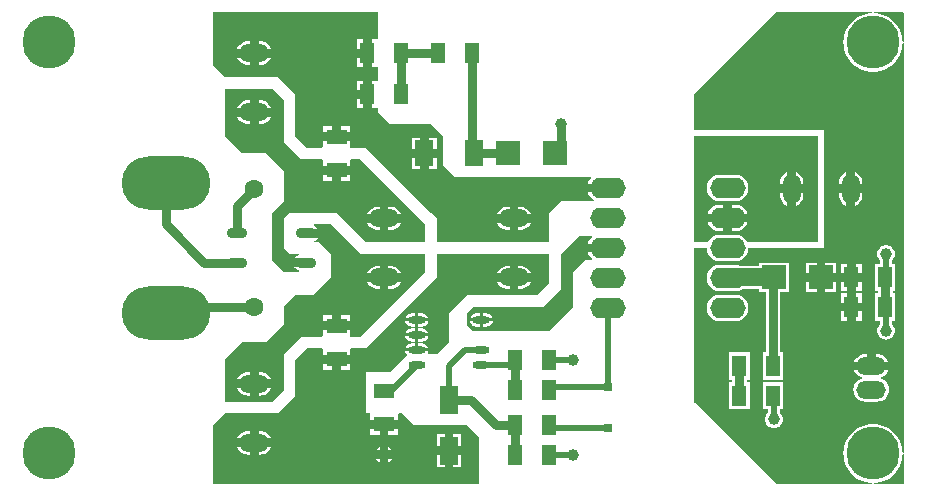
<source format=gtl>
G04 Layer_Physical_Order=1*
G04 Layer_Color=255*
%FSLAX25Y25*%
%MOIN*%
G70*
G01*
G75*
%ADD10R,0.07874X0.07874*%
%ADD11R,0.04921X0.07087*%
%ADD12O,0.05709X0.02362*%
%ADD13O,0.06890X0.03347*%
%ADD14R,0.02756X0.03150*%
%ADD15R,0.06299X0.09252*%
%ADD16R,0.07087X0.04921*%
%ADD17R,0.06378X0.08583*%
%ADD18C,0.01969*%
%ADD19C,0.02953*%
%ADD20C,0.05906*%
%ADD21C,0.06299*%
%ADD22O,0.11811X0.06890*%
%ADD23O,0.09843X0.05906*%
%ADD24C,0.17716*%
%ADD25O,0.05906X0.09843*%
%ADD26O,0.09843X0.05906*%
%ADD27O,0.29528X0.17716*%
%ADD28C,0.03937*%
G36*
X120079Y69800D02*
X119882Y69488D01*
X119685Y69488D01*
X117913D01*
Y64961D01*
Y60433D01*
X119685D01*
X119882Y60433D01*
X120079Y60121D01*
Y56021D01*
X119882Y55709D01*
X119685Y55709D01*
X117913D01*
Y51181D01*
Y46654D01*
X119685D01*
X119882Y46654D01*
X120079Y46341D01*
Y45276D01*
X124016Y41339D01*
X137795Y41339D01*
X141732Y37402D01*
Y27559D01*
X145669Y23622D01*
X190890D01*
X191035Y23228D01*
X190933Y23142D01*
X190480Y22611D01*
X190116Y22017D01*
X189892Y21476D01*
X196535D01*
Y18524D01*
X189892D01*
X190116Y17983D01*
X190480Y17389D01*
X190933Y16858D01*
X191463Y16406D01*
X191894Y16142D01*
X191783Y15748D01*
X181102D01*
X177165Y11811D01*
X177165Y1969D01*
X139764Y1969D01*
Y9843D01*
X137795Y11811D01*
X116142Y33465D01*
X111139D01*
X110827Y33661D01*
X110827Y33858D01*
Y35630D01*
X101772D01*
Y33858D01*
X101460Y33465D01*
X96457D01*
X92520Y37402D01*
Y51181D01*
X86614Y57087D01*
X68898D01*
X64961Y61024D01*
X64961Y78740D01*
X120079D01*
Y69800D01*
D02*
G37*
G36*
X284764Y78347D02*
X283936Y78300D01*
X282846Y78115D01*
X281784Y77809D01*
X280762Y77386D01*
X279795Y76851D01*
X278893Y76211D01*
X278069Y75475D01*
X277332Y74650D01*
X276692Y73749D01*
X276158Y72781D01*
X275734Y71760D01*
X275429Y70698D01*
X275243Y69608D01*
X275181Y68504D01*
X275243Y67400D01*
X275429Y66310D01*
X275734Y65248D01*
X276158Y64227D01*
X276692Y63259D01*
X277332Y62358D01*
X278069Y61533D01*
X278893Y60797D01*
X279795Y60157D01*
X280762Y59622D01*
X281784Y59199D01*
X282846Y58893D01*
X283936Y58708D01*
X285039Y58646D01*
X286143Y58708D01*
X287233Y58893D01*
X288295Y59199D01*
X289317Y59622D01*
X290284Y60157D01*
X291186Y60797D01*
X292010Y61533D01*
X292747Y62358D01*
X293386Y63259D01*
X293921Y64227D01*
X294344Y65248D01*
X294650Y66310D01*
X294835Y67400D01*
X294882Y68228D01*
X295276Y68217D01*
Y-68218D01*
X294882Y-68229D01*
X294835Y-67400D01*
X294650Y-66310D01*
X294344Y-65248D01*
X293921Y-64227D01*
X293386Y-63259D01*
X292747Y-62357D01*
X292010Y-61533D01*
X291186Y-60797D01*
X290284Y-60157D01*
X289317Y-59622D01*
X288295Y-59199D01*
X287233Y-58893D01*
X286143Y-58708D01*
X285039Y-58646D01*
X283936Y-58708D01*
X282846Y-58893D01*
X281783Y-59199D01*
X280762Y-59622D01*
X279795Y-60157D01*
X278893Y-60797D01*
X278069Y-61533D01*
X277332Y-62357D01*
X276692Y-63259D01*
X276157Y-64227D01*
X275734Y-65248D01*
X275429Y-66310D01*
X275243Y-67400D01*
X275181Y-68504D01*
X275243Y-69608D01*
X275429Y-70697D01*
X275734Y-71760D01*
X276157Y-72781D01*
X276692Y-73749D01*
X277332Y-74650D01*
X278069Y-75475D01*
X278893Y-76211D01*
X279795Y-76851D01*
X280762Y-77386D01*
X281783Y-77809D01*
X282846Y-78115D01*
X283936Y-78300D01*
X284764Y-78347D01*
X284753Y-78740D01*
X252953Y-78740D01*
X225442Y-51229D01*
X225451Y-51181D01*
X225422Y-51037D01*
X225413Y-50943D01*
X225432Y0D01*
X229632D01*
X229687Y-695D01*
X229849Y-1373D01*
X230116Y-2017D01*
X230481Y-2611D01*
X230933Y-3142D01*
X231463Y-3594D01*
X232058Y-3959D01*
X232702Y-4225D01*
X233380Y-4388D01*
X234075Y-4443D01*
X238996D01*
X239691Y-4388D01*
X240369Y-4225D01*
X241013Y-3959D01*
X241607Y-3594D01*
X242138Y-3142D01*
X242590Y-2611D01*
X242955Y-2017D01*
X243221Y-1373D01*
X243384Y-695D01*
X243439Y0D01*
X268701D01*
Y39370D01*
X225725D01*
X225447Y39649D01*
X225451Y51181D01*
X225442Y51229D01*
X252953Y78740D01*
X284753Y78740D01*
X284764Y78347D01*
D02*
G37*
G36*
X191404Y3543D02*
X190933Y3142D01*
X190480Y2611D01*
X190116Y2017D01*
X189892Y1476D01*
X196535D01*
Y-1476D01*
X189892D01*
X190116Y-2017D01*
X190480Y-2611D01*
X190933Y-3142D01*
X191404Y-3543D01*
X191341Y-3937D01*
X188976D01*
X185039Y-7874D01*
Y-19685D01*
X177165Y-27559D01*
X151575D01*
X149606Y-25591D01*
Y-21654D01*
X151575Y-19685D01*
X175197Y-19685D01*
X181102Y-13780D01*
X181102Y-1969D01*
X187008Y3937D01*
X191341Y3937D01*
X191404Y3543D01*
D02*
G37*
G36*
X177165Y-2247D02*
Y-11811D01*
X173228Y-15748D01*
X149606Y-15748D01*
X143701Y-21654D01*
X143701Y-31496D01*
X139764Y-35433D01*
X136707D01*
X136704Y-35427D01*
X136557Y-35039D01*
X136755Y-34561D01*
X136765Y-34488D01*
X129180D01*
X129190Y-34561D01*
X129408Y-35088D01*
X129755Y-35540D01*
X129759Y-35596D01*
X124016Y-41339D01*
X116142D01*
Y-55118D01*
X117208Y-55118D01*
X117520Y-55315D01*
X117520Y-55512D01*
Y-57284D01*
X126575D01*
Y-55512D01*
X126887Y-55118D01*
X127953Y-55118D01*
X131890Y-59055D01*
X149606Y-59055D01*
X153543Y-62992D01*
X153543Y-78462D01*
X153265Y-78740D01*
X64961Y-78740D01*
Y-59055D01*
X68898Y-55118D01*
X86614D01*
X92520Y-49213D01*
Y-37402D01*
X96457Y-33465D01*
X101460D01*
X101772Y-33661D01*
X101772Y-33858D01*
Y-35630D01*
X110827D01*
Y-33858D01*
X111139Y-33465D01*
X116142D01*
X129921Y-19685D01*
X137795Y-11811D01*
X139764Y-9842D01*
X139764Y-1969D01*
X176887Y-1969D01*
X177165Y-2247D01*
D02*
G37*
G36*
X88583Y49213D02*
Y35433D01*
X94488Y29528D01*
X100394Y29528D01*
X101460D01*
X101772Y29331D01*
X101772Y29134D01*
Y27362D01*
X110827D01*
Y29134D01*
X111139Y29528D01*
X114173D01*
X127953Y15748D01*
X135827Y7874D01*
Y2247D01*
X135548Y1969D01*
X116142Y1969D01*
X106299Y11811D01*
X90551Y11811D01*
X88583Y9843D01*
X88583Y0D01*
X90551Y-1969D01*
X93613D01*
X93671Y-2362D01*
X93368Y-2454D01*
X92906Y-2701D01*
X92501Y-3033D01*
X92169Y-3438D01*
X92166Y-3445D01*
X96161D01*
Y-6398D01*
X92166D01*
X92169Y-6405D01*
X92501Y-6809D01*
X92906Y-7142D01*
X93368Y-7388D01*
X93671Y-7480D01*
X93613Y-7874D01*
X88583D01*
X84646Y-3937D01*
Y11811D01*
X88583Y15748D01*
X88583Y25591D01*
X82677Y31496D01*
X74803Y31496D01*
X68898Y37402D01*
Y53150D01*
X84646D01*
X88583Y49213D01*
D02*
G37*
G36*
X266732Y4921D02*
X266732Y1969D01*
X242975D01*
X242955Y2017D01*
X242590Y2611D01*
X242138Y3142D01*
X241607Y3594D01*
X241013Y3959D01*
X240369Y4225D01*
X239691Y4388D01*
X238996Y4443D01*
X234075D01*
X233380Y4388D01*
X232702Y4225D01*
X232058Y3959D01*
X231463Y3594D01*
X230933Y3142D01*
X230481Y2611D01*
X230116Y2017D01*
X230096Y1969D01*
X225711D01*
X225433Y2247D01*
X225446Y37402D01*
X266732D01*
X266732Y4921D01*
D02*
G37*
G36*
X295276Y-68790D02*
Y-78740D01*
X285325D01*
X285314Y-78347D01*
X286143Y-78300D01*
X287233Y-78115D01*
X288295Y-77809D01*
X289317Y-77386D01*
X290284Y-76851D01*
X291186Y-76211D01*
X292010Y-75475D01*
X292747Y-74650D01*
X293386Y-73749D01*
X293921Y-72781D01*
X294344Y-71760D01*
X294650Y-70697D01*
X294835Y-69608D01*
X294882Y-68779D01*
X295276Y-68790D01*
D02*
G37*
G36*
Y78462D02*
Y68791D01*
X294882Y68780D01*
X294835Y69608D01*
X294650Y70698D01*
X294344Y71760D01*
X293921Y72781D01*
X293386Y73749D01*
X292747Y74650D01*
X292010Y75475D01*
X291186Y76211D01*
X290284Y76851D01*
X289317Y77386D01*
X288295Y77809D01*
X287233Y78115D01*
X286143Y78300D01*
X285315Y78347D01*
X285326Y78740D01*
X294997D01*
X295276Y78462D01*
D02*
G37*
G36*
X108268Y3937D02*
X114173Y-1969D01*
X135827D01*
Y-7874D01*
X114173Y-29528D01*
X111139Y-29528D01*
X110827Y-29331D01*
X110827Y-29134D01*
Y-27362D01*
X101772D01*
Y-29134D01*
X101460Y-29528D01*
X100394D01*
X94488Y-29528D01*
X88583Y-35433D01*
X88583Y-47244D01*
X84646Y-51181D01*
X68898D01*
X68898Y-37402D01*
X74803Y-31496D01*
X82677Y-31496D01*
X88583Y-25591D01*
X88583Y-19685D01*
X92520Y-15748D01*
X98425Y-15748D01*
X104331Y-9843D01*
Y-7874D01*
Y-1969D01*
X100394Y1969D01*
X98710D01*
X98652Y2362D01*
X98955Y2454D01*
X99417Y2701D01*
X99821Y3033D01*
X100153Y3438D01*
X100157Y3445D01*
X96161D01*
Y6398D01*
X100157D01*
X100153Y6405D01*
X99821Y6809D01*
X99417Y7142D01*
X98955Y7388D01*
X98652Y7480D01*
X98710Y7874D01*
X104331D01*
X108268Y3937D01*
D02*
G37*
%LPC*%
G36*
X153937Y-24488D02*
X150637D01*
X150646Y-24561D01*
X150865Y-25088D01*
X151212Y-25540D01*
X151664Y-25888D01*
X152191Y-26106D01*
X152756Y-26180D01*
X153937D01*
Y-24488D01*
D02*
G37*
G36*
X136765D02*
X133465D01*
Y-26180D01*
X134646D01*
X135211Y-26106D01*
X135738Y-25888D01*
X136190Y-25540D01*
X136537Y-25088D01*
X136755Y-24561D01*
X136765Y-24488D01*
D02*
G37*
G36*
X238996Y-15557D02*
X234075D01*
X233380Y-15612D01*
X232702Y-15775D01*
X232058Y-16041D01*
X231463Y-16406D01*
X230933Y-16858D01*
X230481Y-17389D01*
X230116Y-17983D01*
X229849Y-18627D01*
X229687Y-19305D01*
X229632Y-20000D01*
X229687Y-20695D01*
X229849Y-21373D01*
X230116Y-22017D01*
X230481Y-22611D01*
X230933Y-23142D01*
X231463Y-23594D01*
X232058Y-23959D01*
X232702Y-24225D01*
X233380Y-24388D01*
X234075Y-24443D01*
X238996D01*
X239691Y-24388D01*
X240369Y-24225D01*
X241013Y-23959D01*
X241607Y-23594D01*
X242138Y-23142D01*
X242590Y-22611D01*
X242955Y-22017D01*
X243221Y-21373D01*
X243384Y-20695D01*
X243439Y-20000D01*
X243384Y-19305D01*
X243221Y-18627D01*
X242955Y-17983D01*
X242590Y-17389D01*
X242138Y-16858D01*
X241607Y-16406D01*
X241013Y-16041D01*
X240369Y-15775D01*
X239691Y-15612D01*
X238996Y-15557D01*
D02*
G37*
G36*
X158222Y-24488D02*
X154921D01*
Y-26180D01*
X156102D01*
X156668Y-26106D01*
X157194Y-25888D01*
X157647Y-25540D01*
X157994Y-25088D01*
X158212Y-24561D01*
X158222Y-24488D01*
D02*
G37*
G36*
X132480D02*
X129180D01*
X129190Y-24561D01*
X129408Y-25088D01*
X129755Y-25540D01*
X130207Y-25888D01*
X130734Y-26106D01*
X131299Y-26180D01*
X132480D01*
Y-24488D01*
D02*
G37*
G36*
X136765Y-29488D02*
X133465D01*
Y-31180D01*
X134646D01*
X135211Y-31106D01*
X135738Y-30887D01*
X136190Y-30540D01*
X136537Y-30088D01*
X136755Y-29561D01*
X136765Y-29488D01*
D02*
G37*
G36*
X281299Y-15157D02*
X274410D01*
Y-18209D01*
X281299D01*
Y-15157D01*
D02*
G37*
G36*
X289370Y998D02*
X288791Y941D01*
X288235Y773D01*
X287722Y499D01*
X287272Y129D01*
X286903Y-320D01*
X286629Y-833D01*
X286460Y-1390D01*
X286403Y-1969D01*
X286460Y-2547D01*
X286629Y-3104D01*
X286903Y-3617D01*
X287272Y-4067D01*
X287385Y-4159D01*
Y-5315D01*
X285630D01*
Y-14370D01*
X286602D01*
Y-15157D01*
X285630D01*
Y-24213D01*
X287385D01*
Y-25369D01*
X287272Y-25461D01*
X286903Y-25911D01*
X286629Y-26424D01*
X286460Y-26980D01*
X286403Y-27559D01*
X286460Y-28138D01*
X286629Y-28694D01*
X286903Y-29208D01*
X287272Y-29657D01*
X287722Y-30026D01*
X288235Y-30300D01*
X288791Y-30469D01*
X289370Y-30526D01*
X289949Y-30469D01*
X290506Y-30300D01*
X291019Y-30026D01*
X291468Y-29657D01*
X291837Y-29208D01*
X292111Y-28694D01*
X292280Y-28138D01*
X292337Y-27559D01*
X292280Y-26980D01*
X292111Y-26424D01*
X291837Y-25911D01*
X291468Y-25461D01*
X291356Y-25369D01*
Y-24213D01*
X292520D01*
Y-15157D01*
X291547D01*
Y-14370D01*
X292520D01*
Y-5315D01*
X291356D01*
Y-4159D01*
X291468Y-4067D01*
X291837Y-3617D01*
X292111Y-3104D01*
X292280Y-2547D01*
X292337Y-1969D01*
X292280Y-1390D01*
X292111Y-833D01*
X291837Y-320D01*
X291468Y129D01*
X291019Y499D01*
X290506Y773D01*
X289949Y941D01*
X289370Y998D01*
D02*
G37*
G36*
X134646Y-26812D02*
X133465D01*
Y-28504D01*
X136765D01*
X136755Y-28431D01*
X136537Y-27904D01*
X136190Y-27452D01*
X135738Y-27105D01*
X135211Y-26886D01*
X134646Y-26812D01*
D02*
G37*
G36*
X132480D02*
X131299D01*
X130734Y-26886D01*
X130207Y-27105D01*
X129755Y-27452D01*
X129408Y-27904D01*
X129190Y-28431D01*
X129180Y-28504D01*
X132480D01*
Y-26812D01*
D02*
G37*
G36*
X104823Y-22441D02*
X101772D01*
Y-24409D01*
X104823D01*
Y-22441D01*
D02*
G37*
G36*
X132480Y-21812D02*
X131299D01*
X130734Y-21887D01*
X130207Y-22105D01*
X129755Y-22452D01*
X129408Y-22904D01*
X129190Y-23431D01*
X129180Y-23504D01*
X132480D01*
Y-21812D01*
D02*
G37*
G36*
X281299Y-21161D02*
X279331D01*
Y-24213D01*
X281299D01*
Y-21161D01*
D02*
G37*
G36*
X134646Y-21812D02*
X133465D01*
Y-23504D01*
X136765D01*
X136755Y-23431D01*
X136537Y-22904D01*
X136190Y-22452D01*
X135738Y-22105D01*
X135211Y-21887D01*
X134646Y-21812D01*
D02*
G37*
G36*
X156102D02*
X154921D01*
Y-23504D01*
X158222D01*
X158212Y-23431D01*
X157994Y-22904D01*
X157647Y-22452D01*
X157194Y-22105D01*
X156668Y-21887D01*
X156102Y-21812D01*
D02*
G37*
G36*
X153937D02*
X152756D01*
X152191Y-21887D01*
X151664Y-22105D01*
X151212Y-22452D01*
X150865Y-22904D01*
X150646Y-23431D01*
X150637Y-23504D01*
X153937D01*
Y-21812D01*
D02*
G37*
G36*
X281299Y-11319D02*
X274410D01*
Y-14370D01*
X281299D01*
Y-11319D01*
D02*
G37*
G36*
X110827Y-22441D02*
X107776D01*
Y-24409D01*
X110827D01*
Y-22441D01*
D02*
G37*
G36*
X272638Y-11319D02*
X269193D01*
Y-14764D01*
X272638D01*
Y-11319D01*
D02*
G37*
G36*
X276378Y-21161D02*
X274410D01*
Y-24213D01*
X276378D01*
Y-21161D01*
D02*
G37*
G36*
X266240Y-11319D02*
X262795D01*
Y-14764D01*
X266240D01*
Y-11319D01*
D02*
G37*
G36*
X132480Y-29488D02*
X129180D01*
X129190Y-29561D01*
X129408Y-30088D01*
X129755Y-30540D01*
X130207Y-30887D01*
X130734Y-31106D01*
X131299Y-31180D01*
X132480D01*
Y-29488D01*
D02*
G37*
G36*
X147835Y-61910D02*
X145177D01*
Y-66043D01*
X147835D01*
Y-61910D01*
D02*
G37*
G36*
X142224D02*
X139567D01*
Y-66043D01*
X142224D01*
Y-61910D01*
D02*
G37*
G36*
X123524Y-66339D02*
Y-67421D01*
X124606D01*
X124514Y-67249D01*
X124145Y-66800D01*
X123696Y-66431D01*
X123524Y-66339D01*
D02*
G37*
G36*
X120571Y-60236D02*
X117520D01*
Y-62205D01*
X120571D01*
Y-60236D01*
D02*
G37*
G36*
X80709Y-61005D02*
X80216D01*
Y-63484D01*
X84375D01*
X84364Y-63447D01*
X83998Y-62763D01*
X83506Y-62163D01*
X82907Y-61671D01*
X82223Y-61306D01*
X81480Y-61081D01*
X80709Y-61005D01*
D02*
G37*
G36*
X77264D02*
X76772D01*
X76000Y-61081D01*
X75258Y-61306D01*
X74574Y-61671D01*
X73974Y-62163D01*
X73482Y-62763D01*
X73117Y-63447D01*
X73105Y-63484D01*
X77264D01*
Y-61005D01*
D02*
G37*
G36*
X120571Y-66339D02*
X120399Y-66431D01*
X119949Y-66800D01*
X119580Y-67249D01*
X119488Y-67421D01*
X120571D01*
Y-66339D01*
D02*
G37*
G36*
Y-70374D02*
X119488D01*
X119580Y-70546D01*
X119949Y-70996D01*
X120399Y-71365D01*
X120571Y-71457D01*
Y-70374D01*
D02*
G37*
G36*
X147835Y-68996D02*
X145177D01*
Y-73130D01*
X147835D01*
Y-68996D01*
D02*
G37*
G36*
X142224D02*
X139567D01*
Y-73130D01*
X142224D01*
Y-68996D01*
D02*
G37*
G36*
X84375Y-66437D02*
X80216D01*
Y-68917D01*
X80709D01*
X81480Y-68841D01*
X82223Y-68616D01*
X82907Y-68250D01*
X83506Y-67758D01*
X83998Y-67159D01*
X84364Y-66474D01*
X84375Y-66437D01*
D02*
G37*
G36*
X77264D02*
X73105D01*
X73117Y-66474D01*
X73482Y-67159D01*
X73974Y-67758D01*
X74574Y-68250D01*
X75258Y-68616D01*
X76000Y-68841D01*
X76772Y-68917D01*
X77264D01*
Y-66437D01*
D02*
G37*
G36*
X124606Y-70374D02*
X123524D01*
Y-71457D01*
X123696Y-71365D01*
X124145Y-70996D01*
X124514Y-70546D01*
X124606Y-70374D01*
D02*
G37*
G36*
X126575Y-60236D02*
X123524D01*
Y-62205D01*
X126575D01*
Y-60236D01*
D02*
G37*
G36*
X282972Y-35414D02*
X282480D01*
X281709Y-35490D01*
X280966Y-35715D01*
X280282Y-36081D01*
X279683Y-36573D01*
X279191Y-37172D01*
X278825Y-37856D01*
X278814Y-37894D01*
X282972D01*
Y-35414D01*
D02*
G37*
G36*
X110827Y-38583D02*
X107776D01*
Y-40551D01*
X110827D01*
Y-38583D01*
D02*
G37*
G36*
X104823D02*
X101772D01*
Y-40551D01*
X104823D01*
Y-38583D01*
D02*
G37*
G36*
X134646Y-31812D02*
X133465D01*
Y-33504D01*
X136765D01*
X136755Y-33431D01*
X136537Y-32904D01*
X136190Y-32452D01*
X135738Y-32105D01*
X135211Y-31887D01*
X134646Y-31812D01*
D02*
G37*
G36*
X132480D02*
X131299D01*
X130734Y-31887D01*
X130207Y-32105D01*
X129755Y-32452D01*
X129408Y-32904D01*
X129190Y-33431D01*
X129180Y-33504D01*
X132480D01*
Y-31812D01*
D02*
G37*
G36*
X286417Y-35414D02*
X285925D01*
Y-37894D01*
X290084D01*
X290072Y-37856D01*
X289707Y-37172D01*
X289215Y-36573D01*
X288615Y-36081D01*
X287931Y-35715D01*
X287189Y-35490D01*
X286417Y-35414D01*
D02*
G37*
G36*
X80709Y-41320D02*
X80216D01*
Y-43799D01*
X84375D01*
X84364Y-43762D01*
X83998Y-43078D01*
X83506Y-42478D01*
X82907Y-41986D01*
X82223Y-41621D01*
X81480Y-41396D01*
X80709Y-41320D01*
D02*
G37*
G36*
X290084Y-40846D02*
X278814D01*
X278825Y-40884D01*
X279191Y-41568D01*
X279683Y-42167D01*
X280282Y-42659D01*
X280966Y-43025D01*
X281218Y-43101D01*
Y-43513D01*
X280966Y-43589D01*
X280282Y-43955D01*
X279683Y-44447D01*
X279191Y-45046D01*
X278825Y-45730D01*
X278600Y-46472D01*
X278524Y-47244D01*
X278600Y-48016D01*
X278825Y-48758D01*
X279191Y-49442D01*
X279683Y-50041D01*
X280282Y-50533D01*
X280966Y-50899D01*
X281709Y-51124D01*
X282480Y-51200D01*
X286417D01*
X287189Y-51124D01*
X287931Y-50899D01*
X288615Y-50533D01*
X289215Y-50041D01*
X289707Y-49442D01*
X290072Y-48758D01*
X290297Y-48016D01*
X290373Y-47244D01*
X290297Y-46472D01*
X290072Y-45730D01*
X289707Y-45046D01*
X289215Y-44447D01*
X288615Y-43955D01*
X287931Y-43589D01*
X287679Y-43513D01*
Y-43101D01*
X287931Y-43025D01*
X288615Y-42659D01*
X289215Y-42167D01*
X289707Y-41568D01*
X290072Y-40884D01*
X290084Y-40846D01*
D02*
G37*
G36*
X243898Y-34843D02*
X237008D01*
Y-43898D01*
X237980D01*
Y-44685D01*
X237008D01*
Y-53740D01*
X243898D01*
Y-44685D01*
X242925D01*
Y-43898D01*
X243898D01*
Y-34843D01*
D02*
G37*
G36*
X255118Y-44685D02*
X248228D01*
Y-53740D01*
X249983D01*
Y-54896D01*
X249870Y-54989D01*
X249501Y-55438D01*
X249227Y-55951D01*
X249059Y-56508D01*
X249002Y-57087D01*
X249059Y-57665D01*
X249227Y-58222D01*
X249501Y-58735D01*
X249870Y-59185D01*
X250320Y-59554D01*
X250833Y-59828D01*
X251390Y-59997D01*
X251969Y-60054D01*
X252547Y-59997D01*
X253104Y-59828D01*
X253617Y-59554D01*
X254066Y-59185D01*
X254435Y-58735D01*
X254710Y-58222D01*
X254878Y-57665D01*
X254936Y-57087D01*
X254878Y-56508D01*
X254710Y-55951D01*
X254435Y-55438D01*
X254066Y-54989D01*
X253954Y-54896D01*
Y-53740D01*
X255118D01*
Y-44685D01*
D02*
G37*
G36*
X77264Y-41320D02*
X76772D01*
X76000Y-41396D01*
X75258Y-41621D01*
X74574Y-41986D01*
X73974Y-42478D01*
X73482Y-43078D01*
X73117Y-43762D01*
X73105Y-43799D01*
X77264D01*
Y-41320D01*
D02*
G37*
G36*
X84375Y-46752D02*
X80216D01*
Y-49232D01*
X80709D01*
X81480Y-49156D01*
X82223Y-48930D01*
X82907Y-48565D01*
X83506Y-48073D01*
X83998Y-47473D01*
X84364Y-46790D01*
X84375Y-46752D01*
D02*
G37*
G36*
X77264D02*
X73105D01*
X73117Y-46790D01*
X73482Y-47473D01*
X73974Y-48073D01*
X74574Y-48565D01*
X75258Y-48930D01*
X76000Y-49156D01*
X76772Y-49232D01*
X77264D01*
Y-46752D01*
D02*
G37*
G36*
X120571Y-11319D02*
X116412D01*
X116424Y-11356D01*
X116789Y-12040D01*
X117281Y-12640D01*
X117881Y-13132D01*
X118565Y-13497D01*
X119307Y-13723D01*
X120079Y-13799D01*
X120571D01*
Y-11319D01*
D02*
G37*
G36*
X139567Y30020D02*
X136870D01*
Y26221D01*
X139567D01*
Y30020D01*
D02*
G37*
G36*
X133917D02*
X131220D01*
Y26221D01*
X133917D01*
Y30020D01*
D02*
G37*
G36*
X110827Y24409D02*
X107776D01*
Y22441D01*
X110827D01*
Y24409D01*
D02*
G37*
G36*
X104823Y40551D02*
X101772D01*
Y38583D01*
X104823D01*
Y40551D01*
D02*
G37*
G36*
X139567Y36772D02*
X136870D01*
Y32972D01*
X139567D01*
Y36772D01*
D02*
G37*
G36*
X133917D02*
X131220D01*
Y32972D01*
X133917D01*
Y36772D01*
D02*
G37*
G36*
X104823Y24409D02*
X101772D01*
Y22441D01*
X104823D01*
Y24409D01*
D02*
G37*
G36*
X256398Y25320D02*
X256360Y25308D01*
X255676Y24943D01*
X255077Y24451D01*
X254585Y23851D01*
X254219Y23167D01*
X253994Y22425D01*
X253918Y21654D01*
Y21161D01*
X256398D01*
Y25320D01*
D02*
G37*
G36*
X238996Y24443D02*
X234075D01*
X233380Y24388D01*
X232702Y24225D01*
X232058Y23959D01*
X231463Y23594D01*
X230933Y23142D01*
X230481Y22611D01*
X230116Y22017D01*
X229849Y21373D01*
X229687Y20695D01*
X229632Y20000D01*
X229687Y19305D01*
X229849Y18627D01*
X230116Y17983D01*
X230481Y17389D01*
X230933Y16858D01*
X231463Y16406D01*
X232058Y16041D01*
X232702Y15775D01*
X233380Y15612D01*
X234075Y15557D01*
X238996D01*
X239691Y15612D01*
X240369Y15775D01*
X241013Y16041D01*
X241607Y16406D01*
X242138Y16858D01*
X242590Y17389D01*
X242955Y17983D01*
X243221Y18627D01*
X243384Y19305D01*
X243439Y20000D01*
X243384Y20695D01*
X243221Y21373D01*
X242955Y22017D01*
X242590Y22611D01*
X242138Y23142D01*
X241607Y23594D01*
X241013Y23959D01*
X240369Y24225D01*
X239691Y24388D01*
X238996Y24443D01*
D02*
G37*
G36*
X281515Y18209D02*
X279035D01*
Y14050D01*
X279073Y14062D01*
X279757Y14427D01*
X280356Y14919D01*
X280848Y15519D01*
X281214Y16203D01*
X281439Y16945D01*
X281515Y17717D01*
Y18209D01*
D02*
G37*
G36*
X279035Y25320D02*
Y21161D01*
X281515D01*
Y21654D01*
X281439Y22425D01*
X281214Y23167D01*
X280848Y23851D01*
X280356Y24451D01*
X279757Y24943D01*
X279073Y25308D01*
X279035Y25320D01*
D02*
G37*
G36*
X276083D02*
X276045Y25308D01*
X275361Y24943D01*
X274762Y24451D01*
X274270Y23851D01*
X273904Y23167D01*
X273679Y22425D01*
X273603Y21654D01*
Y21161D01*
X276083D01*
Y25320D01*
D02*
G37*
G36*
X259350D02*
Y21161D01*
X261830D01*
Y21654D01*
X261754Y22425D01*
X261529Y23167D01*
X261163Y23851D01*
X260671Y24451D01*
X260072Y24943D01*
X259388Y25308D01*
X259350Y25320D01*
D02*
G37*
G36*
X84375Y63484D02*
X80216D01*
Y61005D01*
X80709D01*
X81480Y61081D01*
X82223Y61306D01*
X82907Y61671D01*
X83506Y62163D01*
X83998Y62763D01*
X84364Y63447D01*
X84375Y63484D01*
D02*
G37*
G36*
X77264D02*
X73105D01*
X73117Y63447D01*
X73482Y62763D01*
X73974Y62163D01*
X74574Y61671D01*
X75258Y61306D01*
X76000Y61081D01*
X76772Y61005D01*
X77264D01*
Y63484D01*
D02*
G37*
G36*
X114961D02*
X112992D01*
Y60433D01*
X114961D01*
Y63484D01*
D02*
G37*
G36*
Y69488D02*
X112992D01*
Y66437D01*
X114961D01*
Y69488D01*
D02*
G37*
G36*
X80709Y68917D02*
X80216D01*
Y66437D01*
X84375D01*
X84364Y66474D01*
X83998Y67159D01*
X83506Y67758D01*
X82907Y68250D01*
X82223Y68616D01*
X81480Y68841D01*
X80709Y68917D01*
D02*
G37*
G36*
X77264D02*
X76772D01*
X76000Y68841D01*
X75258Y68616D01*
X74574Y68250D01*
X73974Y67758D01*
X73482Y67159D01*
X73117Y66474D01*
X73105Y66437D01*
X77264D01*
Y68917D01*
D02*
G37*
G36*
X114961Y55709D02*
X112992D01*
Y52658D01*
X114961D01*
Y55709D01*
D02*
G37*
G36*
X84375Y43799D02*
X80216D01*
Y41320D01*
X80709D01*
X81480Y41396D01*
X82223Y41621D01*
X82907Y41986D01*
X83506Y42478D01*
X83998Y43078D01*
X84364Y43762D01*
X84375Y43799D01*
D02*
G37*
G36*
X77264D02*
X73105D01*
X73117Y43762D01*
X73482Y43078D01*
X73974Y42478D01*
X74574Y41986D01*
X75258Y41621D01*
X76000Y41396D01*
X76772Y41320D01*
X77264D01*
Y43799D01*
D02*
G37*
G36*
X110827Y40551D02*
X107776D01*
Y38583D01*
X110827D01*
Y40551D01*
D02*
G37*
G36*
X80709Y49232D02*
X80216D01*
Y46752D01*
X84375D01*
X84364Y46790D01*
X83998Y47473D01*
X83506Y48073D01*
X82907Y48565D01*
X82223Y48930D01*
X81480Y49156D01*
X80709Y49232D01*
D02*
G37*
G36*
X77264D02*
X76772D01*
X76000Y49156D01*
X75258Y48930D01*
X74574Y48565D01*
X73974Y48073D01*
X73482Y47473D01*
X73117Y46790D01*
X73105Y46752D01*
X77264D01*
Y49232D01*
D02*
G37*
G36*
X114961Y49705D02*
X112992D01*
Y46654D01*
X114961D01*
Y49705D01*
D02*
G37*
G36*
X276083Y18209D02*
X273603D01*
Y17717D01*
X273679Y16945D01*
X273904Y16203D01*
X274270Y15519D01*
X274762Y14919D01*
X275361Y14427D01*
X276045Y14062D01*
X276083Y14050D01*
Y18209D01*
D02*
G37*
G36*
X276378Y-5315D02*
X274410D01*
Y-8366D01*
X276378D01*
Y-5315D01*
D02*
G37*
G36*
X272638Y-4921D02*
X269193D01*
Y-8366D01*
X272638D01*
Y-4921D01*
D02*
G37*
G36*
X266240D02*
X262795D01*
Y-8366D01*
X266240D01*
Y-4921D01*
D02*
G37*
G36*
X235059Y8524D02*
X229892D01*
X230116Y7983D01*
X230481Y7389D01*
X230933Y6858D01*
X231463Y6406D01*
X232058Y6041D01*
X232702Y5775D01*
X233380Y5612D01*
X234075Y5557D01*
X235059D01*
Y8524D01*
D02*
G37*
G36*
X256890Y-4921D02*
X247047D01*
Y-5886D01*
X240639D01*
X240369Y-5775D01*
X239691Y-5612D01*
X238996Y-5557D01*
X234075D01*
X233380Y-5612D01*
X232702Y-5775D01*
X232058Y-6041D01*
X231463Y-6406D01*
X230933Y-6858D01*
X230481Y-7389D01*
X230116Y-7983D01*
X229849Y-8627D01*
X229687Y-9305D01*
X229632Y-10000D01*
X229687Y-10695D01*
X229849Y-11373D01*
X230116Y-12017D01*
X230481Y-12611D01*
X230933Y-13142D01*
X231463Y-13594D01*
X232058Y-13959D01*
X232702Y-14225D01*
X233380Y-14388D01*
X234075Y-14443D01*
X238996D01*
X239691Y-14388D01*
X240369Y-14225D01*
X241013Y-13959D01*
X241274Y-13799D01*
X247047D01*
Y-14764D01*
X249201D01*
Y-34843D01*
X248228D01*
Y-43898D01*
X255118D01*
Y-34843D01*
X254146D01*
Y-14764D01*
X256890D01*
Y-4921D01*
D02*
G37*
G36*
X281299Y-5315D02*
X279331D01*
Y-8366D01*
X281299D01*
Y-5315D01*
D02*
G37*
G36*
X167323Y-5886D02*
X166831D01*
Y-8366D01*
X170989D01*
X170978Y-8329D01*
X170612Y-7645D01*
X170120Y-7045D01*
X169521Y-6553D01*
X168837Y-6188D01*
X168095Y-5962D01*
X167323Y-5886D01*
D02*
G37*
G36*
X170989Y-11319D02*
X166831D01*
Y-13799D01*
X167323D01*
X168095Y-13723D01*
X168837Y-13497D01*
X169521Y-13132D01*
X170120Y-12640D01*
X170612Y-12040D01*
X170978Y-11356D01*
X170989Y-11319D01*
D02*
G37*
G36*
X163878D02*
X159720D01*
X159731Y-11356D01*
X160097Y-12040D01*
X160589Y-12640D01*
X161188Y-13132D01*
X161872Y-13497D01*
X162614Y-13723D01*
X163386Y-13799D01*
X163878D01*
Y-11319D01*
D02*
G37*
G36*
X127682D02*
X123524D01*
Y-13799D01*
X124016D01*
X124787Y-13723D01*
X125530Y-13497D01*
X126214Y-13132D01*
X126813Y-12640D01*
X127305Y-12040D01*
X127671Y-11356D01*
X127682Y-11319D01*
D02*
G37*
G36*
X163878Y-5886D02*
X163386D01*
X162614Y-5962D01*
X161872Y-6188D01*
X161188Y-6553D01*
X160589Y-7045D01*
X160097Y-7645D01*
X159731Y-8329D01*
X159720Y-8366D01*
X163878D01*
Y-5886D01*
D02*
G37*
G36*
X124016D02*
X123524D01*
Y-8366D01*
X127682D01*
X127671Y-8329D01*
X127305Y-7645D01*
X126813Y-7045D01*
X126214Y-6553D01*
X125530Y-6188D01*
X124787Y-5962D01*
X124016Y-5886D01*
D02*
G37*
G36*
X120571D02*
X120079D01*
X119307Y-5962D01*
X118565Y-6188D01*
X117881Y-6553D01*
X117281Y-7045D01*
X116789Y-7645D01*
X116424Y-8329D01*
X116412Y-8366D01*
X120571D01*
Y-5886D01*
D02*
G37*
G36*
X235059Y14443D02*
X234075D01*
X233380Y14388D01*
X232702Y14225D01*
X232058Y13959D01*
X231463Y13594D01*
X230933Y13142D01*
X230481Y12611D01*
X230116Y12017D01*
X229892Y11476D01*
X235059D01*
Y14443D01*
D02*
G37*
G36*
X167323Y13799D02*
X166831D01*
Y11319D01*
X170989D01*
X170978Y11356D01*
X170612Y12040D01*
X170120Y12640D01*
X169521Y13132D01*
X168837Y13497D01*
X168095Y13723D01*
X167323Y13799D01*
D02*
G37*
G36*
X163878D02*
X163386D01*
X162614Y13723D01*
X161872Y13497D01*
X161188Y13132D01*
X160589Y12640D01*
X160097Y12040D01*
X159731Y11356D01*
X159720Y11319D01*
X163878D01*
Y13799D01*
D02*
G37*
G36*
X261830Y18209D02*
X259350D01*
Y14050D01*
X259388Y14062D01*
X260072Y14427D01*
X260671Y14919D01*
X261163Y15519D01*
X261529Y16203D01*
X261754Y16945D01*
X261830Y17717D01*
Y18209D01*
D02*
G37*
G36*
X256398D02*
X253918D01*
Y17717D01*
X253994Y16945D01*
X254219Y16203D01*
X254585Y15519D01*
X255077Y14919D01*
X255676Y14427D01*
X256360Y14062D01*
X256398Y14050D01*
Y18209D01*
D02*
G37*
G36*
X238996Y14443D02*
X238012D01*
Y11476D01*
X243179D01*
X242955Y12017D01*
X242590Y12611D01*
X242138Y13142D01*
X241607Y13594D01*
X241013Y13959D01*
X240369Y14225D01*
X239691Y14388D01*
X238996Y14443D01*
D02*
G37*
G36*
X124016Y13799D02*
X123524D01*
Y11319D01*
X127682D01*
X127671Y11356D01*
X127305Y12040D01*
X126813Y12640D01*
X126214Y13132D01*
X125530Y13497D01*
X124787Y13723D01*
X124016Y13799D01*
D02*
G37*
G36*
X127682Y8366D02*
X123524D01*
Y5886D01*
X124016D01*
X124787Y5962D01*
X125530Y6188D01*
X126214Y6553D01*
X126813Y7045D01*
X127305Y7645D01*
X127671Y8329D01*
X127682Y8366D01*
D02*
G37*
G36*
X120571D02*
X116412D01*
X116424Y8329D01*
X116789Y7645D01*
X117281Y7045D01*
X117881Y6553D01*
X118565Y6188D01*
X119307Y5962D01*
X120079Y5886D01*
X120571D01*
Y8366D01*
D02*
G37*
G36*
X243179Y8524D02*
X238012D01*
Y5557D01*
X238996D01*
X239691Y5612D01*
X240369Y5775D01*
X241013Y6041D01*
X241607Y6406D01*
X242138Y6858D01*
X242590Y7389D01*
X242955Y7983D01*
X243179Y8524D01*
D02*
G37*
G36*
X120571Y13799D02*
X120079D01*
X119307Y13723D01*
X118565Y13497D01*
X117881Y13132D01*
X117281Y12640D01*
X116789Y12040D01*
X116424Y11356D01*
X116412Y11319D01*
X120571D01*
Y13799D01*
D02*
G37*
G36*
X170989Y8366D02*
X166831D01*
Y5886D01*
X167323D01*
X168095Y5962D01*
X168837Y6188D01*
X169521Y6553D01*
X170120Y7045D01*
X170612Y7645D01*
X170978Y8329D01*
X170989Y8366D01*
D02*
G37*
G36*
X163878D02*
X159720D01*
X159731Y8329D01*
X160097Y7645D01*
X160589Y7045D01*
X161188Y6553D01*
X161872Y6188D01*
X162614Y5962D01*
X163386Y5886D01*
X163878D01*
Y8366D01*
D02*
G37*
%LPD*%
D10*
X179134Y31496D02*
D03*
X163386D02*
D03*
X251969Y-9843D02*
D03*
X267717D02*
D03*
D11*
X165650Y-59055D02*
D03*
X176870D02*
D03*
X176870Y-68898D02*
D03*
X165650D02*
D03*
X176870Y-37402D02*
D03*
X165650D02*
D03*
X165650Y-47244D02*
D03*
X176870D02*
D03*
X116437Y51181D02*
D03*
X127657D02*
D03*
X140059Y64961D02*
D03*
X151279D02*
D03*
X116437D02*
D03*
X127657D02*
D03*
X277854Y-19685D02*
D03*
X289075D02*
D03*
X251673Y-39370D02*
D03*
X240453D02*
D03*
X251673Y-49213D02*
D03*
X240453D02*
D03*
X289075Y-9843D02*
D03*
X277854D02*
D03*
D12*
X132972Y-38996D02*
D03*
Y-28996D02*
D03*
Y-23996D02*
D03*
Y-33996D02*
D03*
X154429Y-38996D02*
D03*
Y-33996D02*
D03*
Y-23996D02*
D03*
D13*
X73130Y4921D02*
D03*
Y-4921D02*
D03*
X96161D02*
D03*
Y4921D02*
D03*
D14*
X196850Y-60039D02*
D03*
Y-46260D02*
D03*
D15*
X143701Y-67520D02*
D03*
Y-50591D02*
D03*
D16*
X106299Y-25886D02*
D03*
Y-37106D02*
D03*
Y37106D02*
D03*
Y25886D02*
D03*
X122047Y-58760D02*
D03*
Y-47539D02*
D03*
D17*
X135394Y31496D02*
D03*
X152008D02*
D03*
D18*
X289370Y-9843D02*
Y-1969D01*
X124429Y-47539D02*
X132972Y-38996D01*
X122047Y-47539D02*
X124429D01*
X185039Y-37402D02*
X185039Y-37402D01*
X176870Y-37402D02*
X185039D01*
Y-68898D02*
X185039Y-68898D01*
X176870Y-68898D02*
X185039D01*
X154429Y-38996D02*
X164055D01*
X177854Y-46260D02*
X196850D01*
X177854Y-60039D02*
X196850D01*
Y-46260D02*
Y-20315D01*
X251969Y-57087D02*
Y-49508D01*
X251673Y-49213D02*
X251969Y-49508D01*
X289370Y-27559D02*
Y-19980D01*
X289075Y-19685D02*
X289370Y-19980D01*
X289075Y-9843D02*
X289370D01*
X143701Y-50591D02*
Y-39370D01*
X149075Y-33996D01*
X154429D01*
D19*
X251673Y-39370D02*
Y-9843D01*
X277854Y-19685D02*
Y-9843D01*
X151279Y32224D02*
X152008Y31496D01*
X127657Y64961D02*
X140059D01*
X127657Y51181D02*
Y64961D01*
X116437Y51181D02*
Y64961D01*
X165650Y-47244D02*
Y-38996D01*
Y-68898D02*
Y-59055D01*
X73130Y14075D02*
X78740Y19685D01*
X73130Y4921D02*
Y14075D01*
X49213Y7874D02*
Y21654D01*
Y7874D02*
X62008Y-4921D01*
X73130D01*
X51181Y-19685D02*
X78740D01*
X49213Y-21654D02*
X51181Y-19685D01*
X289075D02*
Y-9843D01*
X240453Y-49213D02*
Y-39370D01*
X143701Y-50591D02*
X150984D01*
X159449Y-59055D01*
X165650D01*
X151279Y32224D02*
Y64961D01*
X152008Y31496D02*
X163386D01*
X181102Y33465D02*
Y41339D01*
X179134Y31496D02*
X181102Y33465D01*
D20*
X236535Y-9843D02*
X251673D01*
X236535Y-10000D02*
Y-9843D01*
D21*
X78740Y-19685D02*
D03*
Y19685D02*
D03*
D22*
X196535Y20000D02*
D03*
Y10000D02*
D03*
Y0D02*
D03*
Y-10000D02*
D03*
Y-20000D02*
D03*
X236535Y20000D02*
D03*
Y10000D02*
D03*
Y0D02*
D03*
Y-10000D02*
D03*
Y-20000D02*
D03*
D23*
X284449Y-39370D02*
D03*
Y-47244D02*
D03*
X78740Y-45276D02*
D03*
Y-64961D02*
D03*
Y45276D02*
D03*
Y64961D02*
D03*
D24*
X285039Y-68504D02*
D03*
X10236Y-68504D02*
D03*
Y68504D02*
D03*
X285039D02*
D03*
D25*
X257874Y19685D02*
D03*
X277559D02*
D03*
D26*
X122047Y9843D02*
D03*
Y-9843D02*
D03*
X165354Y9843D02*
D03*
Y-9843D02*
D03*
D27*
X49213Y-21654D02*
D03*
Y21654D02*
D03*
D28*
X185039Y-37402D02*
D03*
Y-68898D02*
D03*
X122047D02*
D03*
X251969Y-57087D02*
D03*
X289370Y-27559D02*
D03*
Y-1969D02*
D03*
X181102Y41339D02*
D03*
M02*

</source>
